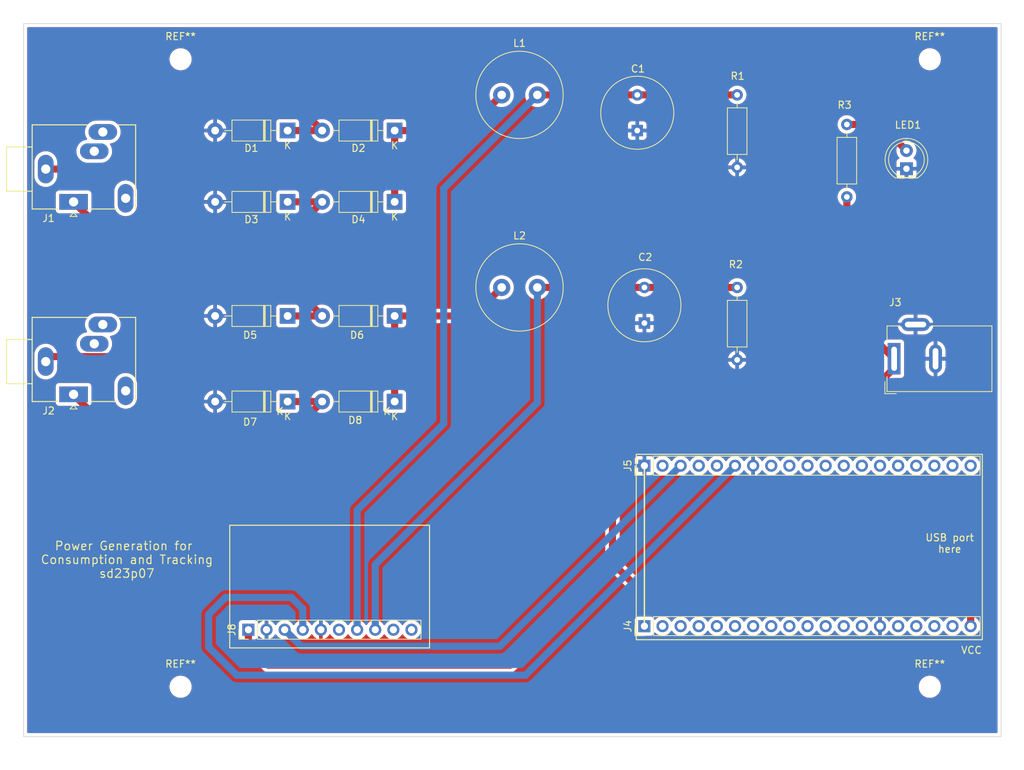
<source format=kicad_pcb>
(kicad_pcb (version 20211014) (generator pcbnew)
  (layers (0 "F.Cu" signal) (31 "B.Cu" signal) (34 "B.Paste" user) (35 "F.Paste" user) (36 "B.SilkS" user "B.Silkscreen") (37 "F.SilkS" user "F.Silkscreen") (38 "B.Mask" user) (39 "F.Mask" user) (44 "Edge.Cuts" user))
  (net 0 "")
  (net 1 "GND")
  (net 2 "Net-(C2-Pad1)")
  (net 3 "Net-(D1-Pad1)")
  (net 4 "Net-(D2-Pad1)")
  (net 5 "Net-(D3-Pad1)")
  (net 6 "Net-(D6-Pad1)")
  (net 7 "Net-(D5-Pad1)")
  (net 8 "Net-(D7-Pad1)")
  (net 27 "VCC")
  (net 46 "Net-(C1-Pad1)")
  (net 47 "Net-(J5-Pad3)")
  (net 48 "Net-(J5-Pad6)")
  (net 54 "Net-(LED1-Pad2)")
  (footprint "Diode_THT:D_DO-41_SOD81_P10.16mm_Horizontal" (layer "F.Cu") (at 100 116 180)
    (fp_text reference "D7" (at 5.258 -2.872) (layer "F.SilkS"))
    (fp_text value "1N5819")
    (fp_text user "K" (at 0 -2.1) (layer "F.SilkS"))
    (fp_line (start 7.8 1.47) (end 7.8 -1.47) (layer "F.SilkS") (width 0.12))
    (fp_line (start 8.82 0) (end 7.8 0) (layer "F.SilkS") (width 0.12))
    (fp_line (start 3.38 -1.47) (end 3.38 1.47) (layer "F.SilkS") (width 0.12))
    (fp_line (start 1.34 0) (end 2.36 0) (layer "F.SilkS") (width 0.12))
    (fp_line (start 3.14 -1.47) (end 3.14 1.47) (layer "F.SilkS") (width 0.12))
    (fp_line (start 2.36 -1.47) (end 2.36 1.47) (layer "F.SilkS") (width 0.12))
    (fp_line (start 7.8 -1.47) (end 2.36 -1.47) (layer "F.SilkS") (width 0.12))
    (fp_line (start 3.26 -1.47) (end 3.26 1.47) (layer "F.SilkS") (width 0.12))
    (fp_line (start 2.36 1.47) (end 7.8 1.47) (layer "F.SilkS") (width 0.12))
    (pad "1" thru_hole rect (at 0 0 180) (size 2.2 2.2) (drill 1.1) (layers *.Cu *.Mask) (net 8 "Net-(D7-Pad1)"))
    (pad "2" thru_hole oval (at 10.16 0 180) (size 2.2 2.2) (drill 1.1) (layers *.Cu *.Mask) (net 1 "GND"))
  )
  (footprint "Connector_PinHeader_2.54mm:PinHeader_1x10_P2.54mm_Vertical" (layer "F.Cu") (at 94.5 148 90)
    (fp_text reference "J8" (at 0 -2.33 90) (layer "F.SilkS"))
    (fp_text value "Conn_01x10_Female")
    (fp_line (start 1.33 1.27) (end 1.33 24.19) (layer "F.SilkS") (width 0.12))
    (fp_line (start -1.33 0) (end -1.33 -1.33) (layer "F.SilkS") (width 0.12))
    (fp_line (start -1.33 1.27) (end -1.33 24.19) (layer "F.SilkS") (width 0.12))
    (fp_line (start -1.33 -1.33) (end 0 -1.33) (layer "F.SilkS") (width 0.12))
    (fp_line (start -1.33 24.19) (end 1.33 24.19) (layer "F.SilkS") (width 0.12))
    (fp_line (start -1.33 1.27) (end 1.33 1.27) (layer "F.SilkS") (width 0.12))
    (pad "1" thru_hole rect (at 0 0 90) (size 1.7 1.7) (drill 1) (layers *.Cu *.Mask) (net 27 "VCC"))
    (pad "2" thru_hole oval (at 0 2.54 90) (size 1.7 1.7) (drill 1) (layers *.Cu *.Mask) (net 1 "GND"))
    (pad "3" thru_hole oval (at 0 5.08 90) (size 1.7 1.7) (drill 1) (layers *.Cu *.Mask) (net 47 "Net-(J5-Pad3)"))
    (pad "4" thru_hole oval (at 0 7.62 90) (size 1.7 1.7) (drill 1) (layers *.Cu *.Mask) (net 48 "Net-(J5-Pad6)"))
    (pad "5" thru_hole oval (at 0 10.16 90) (size 1.7 1.7) (drill 1) (layers *.Cu *.Mask) (net 1 "GND"))
    (pad "6" thru_hole oval (at 0 12.7 90) (size 1.7 1.7) (drill 1) (layers *.Cu *.Mask))
    (pad "7" thru_hole oval (at 0 15.24 90) (size 1.7 1.7) (drill 1) (layers *.Cu *.Mask) (net 46 "Net-(C1-Pad1)"))
    (pad "8" thru_hole oval (at 0 17.78 90) (size 1.7 1.7) (drill 1) (layers *.Cu *.Mask) (net 2 "Net-(C2-Pad1)"))
    (pad "9" thru_hole oval (at 0 20.32 90) (size 1.7 1.7) (drill 1) (layers *.Cu *.Mask))
    (pad "10" thru_hole oval (at 0 22.86 90) (size 1.7 1.7) (drill 1) (layers *.Cu *.Mask))
  )
  (footprint "Inductor_THT:L_Radial_D12.0mm_P5.00mm_Neosid_SD12k_style2" (layer "F.Cu") (at 130 100)
    (fp_text reference "L2" (at 2.5 -7.25) (layer "F.SilkS"))
    (fp_text value "L")
    (fp_circle (center 2.5 0) (end 8.62 0) (layer "F.SilkS") (width 0.12) (fill none))
    (pad "1" thru_hole circle (at 0 0) (size 2.4 2.4) (drill 1.2) (layers *.Cu *.Mask) (net 6 "Net-(D6-Pad1)"))
    (pad "2" thru_hole circle (at 5 0) (size 2.4 2.4) (drill 1.2) (layers *.Cu *.Mask) (net 2 "Net-(C2-Pad1)"))
  )
  (footprint "Diode_THT:D_DO-41_SOD81_P10.16mm_Horizontal" (layer "F.Cu") (at 115 116 180)
    (fp_text reference "D8" (at 5.526 -2.618) (layer "F.SilkS"))
    (fp_text value "1N5819")
    (fp_text user "K" (at 0 -2.1) (layer "F.SilkS"))
    (fp_line (start 7.8 1.47) (end 7.8 -1.47) (layer "F.SilkS") (width 0.12))
    (fp_line (start 7.8 -1.47) (end 2.36 -1.47) (layer "F.SilkS") (width 0.12))
    (fp_line (start 3.14 -1.47) (end 3.14 1.47) (layer "F.SilkS") (width 0.12))
    (fp_line (start 3.26 -1.47) (end 3.26 1.47) (layer "F.SilkS") (width 0.12))
    (fp_line (start 3.38 -1.47) (end 3.38 1.47) (layer "F.SilkS") (width 0.12))
    (fp_line (start 1.34 0) (end 2.36 0) (layer "F.SilkS") (width 0.12))
    (fp_line (start 2.36 1.47) (end 7.8 1.47) (layer "F.SilkS") (width 0.12))
    (fp_line (start 8.82 0) (end 7.8 0) (layer "F.SilkS") (width 0.12))
    (fp_line (start 2.36 -1.47) (end 2.36 1.47) (layer "F.SilkS") (width 0.12))
    (pad "1" thru_hole rect (at 0 0 180) (size 2.2 2.2) (drill 1.1) (layers *.Cu *.Mask) (net 6 "Net-(D6-Pad1)"))
    (pad "2" thru_hole oval (at 10.16 0 180) (size 2.2 2.2) (drill 1.1) (layers *.Cu *.Mask) (net 8 "Net-(D7-Pad1)"))
  )
  (footprint "Connector_PinHeader_2.54mm:PinHeader_1x19_P2.54mm_Vertical" (layer "F.Cu") (at 150 125 90)
    (fp_text reference "J5" (at 0 -2.33 90) (layer "F.SilkS"))
    (fp_text value "Conn_01x19_Female")
    (fp_line (start -1.33 -1.33) (end 0 -1.33) (layer "F.SilkS") (width 0.12))
    (fp_line (start -1.33 47.05) (end 1.33 47.05) (layer "F.SilkS") (width 0.12))
    (fp_line (start 1.33 1.27) (end 1.33 47.05) (layer "F.SilkS") (width 0.12))
    (fp_line (start -1.33 0) (end -1.33 -1.33) (layer "F.SilkS") (width 0.12))
    (fp_line (start -1.33 1.27) (end 1.33 1.27) (layer "F.SilkS") (width 0.12))
    (fp_line (start -1.33 1.27) (end -1.33 47.05) (layer "F.SilkS") (width 0.12))
    (pad "1" thru_hole rect (at 0 0 90) (size 1.7 1.7) (drill 1) (layers *.Cu *.Mask) (net 1 "GND"))
    (pad "2" thru_hole oval (at 0 2.54 90) (size 1.7 1.7) (drill 1) (layers *.Cu *.Mask))
    (pad "3" thru_hole oval (at 0 5.08 90) (size 1.7 1.7) (drill 1) (layers *.Cu *.Mask) (net 47 "Net-(J5-Pad3)"))
    (pad "4" thru_hole oval (at 0 7.62 90) (size 1.7 1.7) (drill 1) (layers *.Cu *.Mask))
    (pad "5" thru_hole oval (at 0 10.16 90) (size 1.7 1.7) (drill 1) (layers *.Cu *.Mask))
    (pad "6" thru_hole oval (at 0 12.7 90) (size 1.7 1.7) (drill 1) (layers *.Cu *.Mask) (net 48 "Net-(J5-Pad6)"))
    (pad "7" thru_hole oval (at 0 15.24 90) (size 1.7 1.7) (drill 1) (layers *.Cu *.Mask) (net 1 "GND"))
    (pad "8" thru_hole oval (at 0 17.78 90) (size 1.7 1.7) (drill 1) (layers *.Cu *.Mask))
    (pad "9" thru_hole oval (at 0 20.32 90) (size 1.7 1.7) (drill 1) (layers *.Cu *.Mask))
    (pad "10" thru_hole oval (at 0 22.86 90) (size 1.7 1.7) (drill 1) (layers *.Cu *.Mask))
    (pad "11" thru_hole oval (at 0 25.4 90) (size 1.7 1.7) (drill 1) (layers *.Cu *.Mask))
    (pad "12" thru_hole oval (at 0 27.94 90) (size 1.7 1.7) (drill 1) (layers *.Cu *.Mask))
    (pad "13" thru_hole oval (at 0 30.48 90) (size 1.7 1.7) (drill 1) (layers *.Cu *.Mask))
    (pad "14" thru_hole oval (at 0 33.02 90) (size 1.7 1.7) (drill 1) (layers *.Cu *.Mask))
    (pad "15" thru_hole oval (at 0 35.56 90) (size 1.7 1.7) (drill 1) (layers *.Cu *.Mask))
    (pad "16" thru_hole oval (at 0 38.1 90) (size 1.7 1.7) (drill 1) (layers *.Cu *.Mask))
    (pad "17" thru_hole oval (at 0 40.64 90) (size 1.7 1.7) (drill 1) (layers *.Cu *.Mask))
    (pad "18" thru_hole oval (at 0 43.18 90) (size 1.7 1.7) (drill 1) (layers *.Cu *.Mask))
    (pad "19" thru_hole oval (at 0 45.72 90) (size 1.7 1.7) (drill 1) (layers *.Cu *.Mask))
  )
  (footprint "Connector_Audio:Jack_3.5mm_Ledino_KB3SPRS_Horizontal" (layer "F.Cu") (at 70 88)
    (fp_text reference "J1" (at -3.5 2.3) (layer "F.SilkS"))
    (fp_text value "AudioJack3_SwitchTR")
    (fp_line (start -9.4 -1.5) (end -5.8 -1.5) (layer "F.SilkS") (width 0.15))
    (fp_line (start 6.3 -10.8) (end 8.7 -10.8) (layer "F.SilkS") (width 0.15))
    (fp_line (start 8.7 -10.8) (end 8.7 1) (layer "F.SilkS") (width 0.15))
    (fp_line (start -0.5 2.05) (end 0.5 2.05) (layer "F.SilkS") (width 0.12))
    (fp_line (start -5.8 -10.8) (end 1.95 -10.8) (layer "F.SilkS") (width 0.15))
    (fp_line (start -9.4 -7.7) (end -9.4 -1.5) (layer "F.SilkS") (width 0.15))
    (fp_line (start -5.8 1) (end -5.8 -10.8) (layer "F.SilkS") (width 0.15))
    (fp_line (start 6 1) (end 2.25 1) (layer "F.SilkS") (width 0.15))
    (fp_line (start -2.25 1) (end -5.8 1) (layer "F.SilkS") (width 0.15))
    (fp_line (start 8.7 1) (end 8.6 1) (layer "F.SilkS") (width 0.15))
    (fp_line (start 0 1.5) (end -0.5 2.05) (layer "F.SilkS") (width 0.12))
    (fp_line (start -5.8 -7.7) (end -9.4 -7.7) (layer "F.SilkS") (width 0.15))
    (fp_line (start 0.5 2.05) (end 0 1.5) (layer "F.SilkS") (width 0.12))
    (pad "R" thru_hole oval (at 4.1 -9.8) (size 4 2.2) (drill 1.3) (layers *.Cu *.Mask))
    (pad "RN" thru_hole oval (at 2.9 -7.1) (size 4 2.2) (drill 1.3) (layers *.Cu *.Mask))
    (pad "S" thru_hole oval (at -3.9 -4.6) (size 2.2 4) (drill 1.3) (layers *.Cu *.Mask) (net 3 "Net-(D1-Pad1)"))
    (pad "T" thru_hole rect (at 0 0) (size 4 2.2) (drill 1.3) (layers *.Cu *.Mask) (net 5 "Net-(D3-Pad1)"))
    (pad "TN" thru_hole oval (at 7.3 -0.5 90) (size 4 2.2) (drill 1.3) (layers *.Cu *.Mask))
  )
  (footprint "LED_THT:LED_D5.0mm_IRGrey" (layer "F.Cu") (at 186.725 83.35 90)
    (fp_text reference "LED1" (at 6.134 0.219 180) (layer "F.SilkS"))
    (fp_text value "LD274")
    (fp_line (start -1.29 -1.545) (end -1.29 1.545) (layer "F.SilkS") (width 0.12))
    (fp_arc (start 4.26 -0.000462) (mid 2.072002 2.880433) (end -1.29 1.54483) (layer "F.SilkS") (width 0.12))
    (fp_arc (start -1.29 -1.54483) (mid 2.072002 -2.880433) (end 4.26 0.000462) (layer "F.SilkS") (width 0.12))
    (fp_circle (center 1.27 0) (end 3.77 0) (layer "F.SilkS") (width 0.12) (fill none))
    (pad "1" thru_hole rect (at 0 0 90) (size 1.8 1.8) (drill 0.9) (layers *.Cu *.Mask) (net 1 "GND"))
    (pad "2" thru_hole circle (at 2.54 0 90) (size 1.8 1.8) (drill 0.9) (layers *.Cu *.Mask) (net 54 "Net-(LED1-Pad2)"))
  )
  (footprint "Capacitor_THT:C_Radial_D10.0mm_H20.0mm_P5.00mm" (layer "F.Cu") (at 149 73 -90)
    (fp_text reference "C1" (at -3.658 -0.098 180) (layer "F.SilkS"))
    (fp_text value "C_Polarized")
    (fp_circle (center 2.5 0) (end 7.62 0) (layer "F.SilkS") (width 0.12) (fill none))
    (pad "1" thru_hole circle (at 0 0 270) (size 1.6 1.6) (drill 0.8) (layers *.Cu *.Mask) (net 46 "Net-(C1-Pad1)"))
    (pad "2" thru_hole rect (at 5 0 270) (size 1.6 1.6) (drill 0.8) (layers *.Cu *.Mask) (net 1 "GND"))
  )
  (footprint "Connector_Audio:Jack_3.5mm_Ledino_KB3SPRS_Horizontal" (layer "F.Cu") (at 70 115)
    (fp_text reference "J2" (at -3.5 2.3) (layer "F.SilkS"))
    (fp_text value "AudioJack3_SwitchTR")
    (fp_line (start 8.7 1) (end 8.6 1) (layer "F.SilkS") (width 0.15))
    (fp_line (start -9.4 -1.5) (end -5.8 -1.5) (layer "F.SilkS") (width 0.15))
    (fp_line (start -5.8 -7.7) (end -9.4 -7.7) (layer "F.SilkS") (width 0.15))
    (fp_line (start 0.5 2.05) (end 0 1.5) (layer "F.SilkS") (width 0.12))
    (fp_line (start -2.25 1) (end -5.8 1) (layer "F.SilkS") (width 0.15))
    (fp_line (start 0 1.5) (end -0.5 2.05) (layer "F.SilkS") (width 0.12))
    (fp_line (start -9.4 -7.7) (end -9.4 -1.5) (layer "F.SilkS") (width 0.15))
    (fp_line (start -5.8 -10.8) (end 1.95 -10.8) (layer "F.SilkS") (width 0.15))
    (fp_line (start -5.8 1) (end -5.8 -10.8) (layer "F.SilkS") (width 0.15))
    (fp_line (start -0.5 2.05) (end 0.5 2.05) (layer "F.SilkS") (width 0.12))
    (fp_line (start 6 1) (end 2.25 1) (layer "F.SilkS") (width 0.15))
    (fp_line (start 8.7 -10.8) (end 8.7 1) (layer "F.SilkS") (width 0.15))
    (fp_line (start 6.3 -10.8) (end 8.7 -10.8) (layer "F.SilkS") (width 0.15))
    (pad "R" thru_hole oval (at 4.1 -9.8) (size 4 2.2) (drill 1.3) (layers *.Cu *.Mask))
    (pad "RN" thru_hole oval (at 2.9 -7.1) (size 4 2.2) (drill 1.3) (layers *.Cu *.Mask))
    (pad "S" thru_hole oval (at -3.9 -4.6) (size 2.2 4) (drill 1.3) (layers *.Cu *.Mask) (net 7 "Net-(D5-Pad1)"))
    (pad "T" thru_hole rect (at 0 0) (size 4 2.2) (drill 1.3) (layers *.Cu *.Mask) (net 8 "Net-(D7-Pad1)"))
    (pad "TN" thru_hole oval (at 7.3 -0.5 90) (size 4 2.2) (drill 1.3) (layers *.Cu *.Mask))
  )
  (footprint "Capacitor_THT:C_Radial_D10.0mm_H20.0mm_P5.00mm" (layer "F.Cu") (at 150 100 -90)
    (fp_text reference "C2" (at -4.242 -0.114 180) (layer "F.SilkS"))
    (fp_text value "C_Polarized")
    (fp_circle (center 2.5 0) (end 7.62 0) (layer "F.SilkS") (width 0.12) (fill none))
    (pad "1" thru_hole circle (at 0 0 270) (size 1.6 1.6) (drill 0.8) (layers *.Cu *.Mask) (net 2 "Net-(C2-Pad1)"))
    (pad "2" thru_hole rect (at 5 0 270) (size 1.6 1.6) (drill 0.8) (layers *.Cu *.Mask) (net 1 "GND"))
  )
  (footprint "Connector_BarrelJack:BarrelJack_Wuerth_6941xx301002" (layer "F.Cu") (at 185 110 90)
    (fp_text reference "J3" (at 7.892 0.166 180) (layer "F.SilkS"))
    (fp_text value "Barrel_Jack_Switch_Pin3Ring")
    (fp_line (start 4.6 5.2) (end 4.6 13.7) (layer "F.SilkS") (width 0.12))
    (fp_line (start -4.6 13.7) (end -4.6 -1) (layer "F.SilkS") (width 0.12))
    (fp_line (start -3.2 -1.3) (end -4.9 -1.3) (layer "F.SilkS") (width 0.12))
    (fp_line (start 2.5 -1) (end 4.6 -1) (layer "F.SilkS") (width 0.12))
    (fp_line (start -4.6 -1) (end -2.5 -1) (layer "F.SilkS") (width 0.12))
    (fp_line (start 4.6 13.7) (end -4.6 13.7) (layer "F.SilkS") (width 0.12))
    (fp_line (start 4.6 -1) (end 4.6 0.8) (layer "F.SilkS") (width 0.12))
    (fp_line (start -4.9 -1.3) (end -4.9 0.3) (layer "F.SilkS") (width 0.12))
    (pad "1" thru_hole rect (at 0 0 90) (size 4.4 1.8) (drill oval 3.4 0.8) (layers *.Cu *.Mask) (net 27 "VCC"))
    (pad "2" thru_hole oval (at 0 5.8 90) (size 4 1.8) (drill oval 3 0.8) (layers *.Cu *.Mask) (net 1 "GND"))
    (pad "3" thru_hole oval (at 4.8 3 180) (size 4 1.8) (drill oval 3 0.8) (layers *.Cu *.Mask) (net 1 "GND"))
  )
  (footprint "Diode_THT:D_DO-41_SOD81_P10.16mm_Horizontal" (layer "F.Cu") (at 100 104 180)
    (fp_text reference "D5" (at 5.258 -2.68) (layer "F.SilkS"))
    (fp_text value "1N5819")
    (fp_text user "K" (at 1.07 -13.375) (layer "F.SilkS"))
    (fp_line (start 1.34 0) (end 2.36 0) (layer "F.SilkS") (width 0.12))
    (fp_line (start 2.36 1.47) (end 7.8 1.47) (layer "F.SilkS") (width 0.12))
    (fp_line (start 7.8 1.47) (end 7.8 -1.47) (layer "F.SilkS") (width 0.12))
    (fp_line (start 3.38 -1.47) (end 3.38 1.47) (layer "F.SilkS") (width 0.12))
    (fp_line (start 3.14 -1.47) (end 3.14 1.47) (layer "F.SilkS") (width 0.12))
    (fp_line (start 7.8 -1.47) (end 2.36 -1.47) (layer "F.SilkS") (width 0.12))
    (fp_line (start 8.82 0) (end 7.8 0) (layer "F.SilkS") (width 0.12))
    (fp_line (start 2.36 -1.47) (end 2.36 1.47) (layer "F.SilkS") (width 0.12))
    (fp_line (start 3.26 -1.47) (end 3.26 1.47) (layer "F.SilkS") (width 0.12))
    (pad "1" thru_hole rect (at 0 0 180) (size 2.2 2.2) (drill 1.1) (layers *.Cu *.Mask) (net 7 "Net-(D5-Pad1)"))
    (pad "2" thru_hole oval (at 10.16 0 180) (size 2.2 2.2) (drill 1.1) (layers *.Cu *.Mask) (net 1 "GND"))
  )
  (footprint "Connector_PinHeader_2.54mm:PinHeader_1x19_P2.54mm_Vertical" (layer "F.Cu") (at 150 147.5 90)
    (fp_text reference "J4" (at 0 -2.33 90) (layer "F.SilkS"))
    (fp_text value "Conn_01x19_Female")
    (fp_line (start -1.33 1.27) (end 1.33 1.27) (layer "F.SilkS") (width 0.12))
    (fp_line (start -1.33 -1.33) (end 0 -1.33) (layer "F.SilkS") (width 0.12))
    (fp_line (start -1.33 1.27) (end -1.33 47.05) (layer "F.SilkS") (width 0.12))
    (fp_line (start -1.33 0) (end -1.33 -1.33) (layer "F.SilkS") (width 0.12))
    (fp_line (start -1.33 47.05) (end 1.33 47.05) (layer "F.SilkS") (width 0.12))
    (fp_line (start 1.33 1.27) (end 1.33 47.05) (layer "F.SilkS") (width 0.12))
    (pad "1" thru_hole rect (at 0 0 90) (size 1.7 1.7) (drill 1) (layers *.Cu *.Mask))
    (pad "2" thru_hole oval (at 0 2.54 90) (size 1.7 1.7) (drill 1) (layers *.Cu *.Mask))
    (pad "3" thru_hole oval (at 0 5.08 90) (size 1.7 1.7) (drill 1) (layers *.Cu *.Mask))
    (pad "4" thru_hole oval (at 0 7.62 90) (size 1.7 1.7) (drill 1) (layers *.Cu *.Mask))
    (pad "5" thru_hole oval (at 0 10.16 90) (size 1.7 1.7) (drill 1) (layers *.Cu *.Mask))
    (pad "6" thru_hole oval (at 0 12.7 90) (size 1.7 1.7) (drill 1) (layers *.Cu *.Mask))
    (pad "7" thru_hole oval (at 0 15.24 90) (size 1.7 1.7) (drill 1) (layers *.Cu *.Mask))
    (pad "8" thru_hole oval (at 0 17.78 90) (size 1.7 1.7) (drill 1) (layers *.Cu *.Mask))
    (pad "9" thru_hole oval (at 0 20.32 90) (size 1.7 1.7) (drill 1) (layers *.Cu *.Mask))
    (pad "10" thru_hole oval (at 0 22.86 90) (size 1.7 1.7) (drill 1) (layers *.Cu *.Mask))
    (pad "11" thru_hole oval (at 0 25.4 90) (size 1.7 1.7) (drill 1) (layers *.Cu *.Mask))
    (pad "12" thru_hole oval (at 0 27.94 90) (size 1.7 1.7) (drill 1) (layers *.Cu *.Mask))
    (pad "13" thru_hole oval (at 0 30.48 90) (size 1.7 1.7) (drill 1) (layers *.Cu *.Mask))
    (pad "14" thru_hole oval (at 0 33.02 90) (size 1.7 1.7) (drill 1) (layers *.Cu *.Mask) (net 1 "GND"))
    (pad "15" thru_hole oval (at 0 35.56 90) (size 1.7 1.7) (drill 1) (layers *.Cu *.Mask))
    (pad "16" thru_hole oval (at 0 38.1 90) (size 1.7 1.7) (drill 1) (layers *.Cu *.Mask))
    (pad "17" thru_hole oval (at 0 40.64 90) (size 1.7 1.7) (drill 1) (layers *.Cu *.Mask))
    (pad "18" thru_hole oval (at 0 43.18 90) (size 1.7 1.7) (drill 1) (layers *.Cu *.Mask))
    (pad "19" thru_hole oval (at 0 45.72 90) (size 1.7 1.7) (drill 1) (layers *.Cu *.Mask) (net 27 "VCC"))
  )
  (footprint "Resistor_THT:R_Axial_DIN0207_L6.3mm_D2.5mm_P10.16mm_Horizontal" (layer "F.Cu") (at 163 73 -90)
    (fp_text reference "R1" (at -2.642 -0.068 180) (layer "F.SilkS"))
    (fp_text value "R")
    (fp_line (start 8.35 1.37) (end 8.35 -1.37) (layer "F.SilkS") (width 0.12))
    (fp_line (start 1.04 0) (end 1.81 0) (layer "F.SilkS") (width 0.12))
    (fp_line (start 9.12 0) (end 8.35 0) (layer "F.SilkS") (width 0.12))
    (fp_line (start 1.81 -1.37) (end 1.81 1.37) (layer "F.SilkS") (width 0.12))
    (fp_line (start 8.35 -1.37) (end 1.81 -1.37) (layer "F.SilkS") (width 0.12))
    (fp_line (start 1.81 1.37) (end 8.35 1.37) (layer "F.SilkS") (width 0.12))
    (pad "1" thru_hole circle (at 0 0 270) (size 1.6 1.6) (drill 0.8) (layers *.Cu *.Mask) (net 46 "Net-(C1-Pad1)"))
    (pad "2" thru_hole oval (at 10.16 0 270) (size 1.6 1.6) (drill 0.8) (layers *.Cu *.Mask) (net 1 "GND"))
  )
  (footprint "Resistor_THT:R_Axial_DIN0207_L6.3mm_D2.5mm_P10.16mm_Horizontal" (layer "F.Cu") (at 178.375 87.305 90)
    (fp_text reference "R3" (at 12.883 -0.321 180) (layer "F.SilkS"))
    (fp_text value "Rled")
    (fp_line (start 1.04 0) (end 1.81 0) (layer "F.SilkS") (width 0.12))
    (fp_line (start 9.12 0) (end 8.35 0) (layer "F.SilkS") (width 0.12))
    (fp_line (start 1.81 1.37) (end 8.35 1.37) (layer "F.SilkS") (width 0.12))
    (fp_line (start 8.35 -1.37) (end 1.81 -1.37) (layer "F.SilkS") (width 0.12))
    (fp_line (start 1.81 -1.37) (end 1.81 1.37) (layer "F.SilkS") (width 0.12))
    (fp_line (start 8.35 1.37) (end 8.35 -1.37) (layer "F.SilkS") (width 0.12))
    (pad "1" thru_hole circle (at 0 0 90) (size 1.6 1.6) (drill 0.8) (layers *.Cu *.Mask) (net 27 "VCC"))
    (pad "2" thru_hole oval (at 10.16 0 90) (size 1.6 1.6) (drill 0.8) (layers *.Cu *.Mask) (net 54 "Net-(LED1-Pad2)"))
  )
  (footprint "MountingHole:MountingHole_2.1mm" (layer "F.Cu") (at 190 156)
    (fp_text reference "REF**" (at 0 -3.2) (layer "F.SilkS"))
    (fp_text value "MountingHole_2.1mm")
    (pad "" np_thru_hole circle (at 0 0) (size 2.1 2.1) (drill 2.1) (layers *.Cu *.Mask))
  )
  (footprint "Diode_THT:D_DO-41_SOD81_P10.16mm_Horizontal" (layer "F.Cu") (at 100 78 180)
    (fp_text reference "D1" (at 5.08 -2.47) (layer "F.SilkS"))
    (fp_text value "1N5819")
    (fp_text user "K" (at 0 -2.1) (layer "F.SilkS"))
    (fp_line (start 7.8 1.47) (end 7.8 -1.47) (layer "F.SilkS") (width 0.12))
    (fp_line (start 3.38 -1.47) (end 3.38 1.47) (layer "F.SilkS") (width 0.12))
    (fp_line (start 1.34 0) (end 2.36 0) (layer "F.SilkS") (width 0.12))
    (fp_line (start 3.26 -1.47) (end 3.26 1.47) (layer "F.SilkS") (width 0.12))
    (fp_line (start 3.14 -1.47) (end 3.14 1.47) (layer "F.SilkS") (width 0.12))
    (fp_line (start 2.36 -1.47) (end 2.36 1.47) (layer "F.SilkS") (width 0.12))
    (fp_line (start 8.82 0) (end 7.8 0) (layer "F.SilkS") (width 0.12))
    (fp_line (start 7.8 -1.47) (end 2.36 -1.47) (layer "F.SilkS") (width 0.12))
    (fp_line (start 2.36 1.47) (end 7.8 1.47) (layer "F.SilkS") (width 0.12))
    (pad "1" thru_hole rect (at 0 0 180) (size 2.2 2.2) (drill 1.1) (layers *.Cu *.Mask) (net 3 "Net-(D1-Pad1)"))
    (pad "2" thru_hole oval (at 10.16 0 180) (size 2.2 2.2) (drill 1.1) (layers *.Cu *.Mask) (net 1 "GND"))
  )
  (footprint "Resistor_THT:R_Axial_DIN0207_L6.3mm_D2.5mm_P10.16mm_Horizontal" (layer "F.Cu") (at 163 100 -90)
    (fp_text reference "R2" (at -3.226 0.186 180) (layer "F.SilkS"))
    (fp_text value "R")
    (fp_line (start 1.81 1.37) (end 8.35 1.37) (layer "F.SilkS") (width 0.12))
    (fp_line (start 1.81 -1.37) (end 1.81 1.37) (layer "F.SilkS") (width 0.12))
    (fp_line (start 8.35 -1.37) (end 1.81 -1.37) (layer "F.SilkS") (width 0.12))
    (fp_line (start 1.04 0) (end 1.81 0) (layer "F.SilkS") (width 0.12))
    (fp_line (start 9.12 0) (end 8.35 0) (layer "F.SilkS") (width 0.12))
    (fp_line (start 8.35 1.37) (end 8.35 -1.37) (layer "F.SilkS") (width 0.12))
    (pad "1" thru_hole circle (at 0 0 270) (size 1.6 1.6) (drill 0.8) (layers *.Cu *.Mask) (net 2 "Net-(C2-Pad1)"))
    (pad "2" thru_hole oval (at 10.16 0 270) (size 1.6 1.6) (drill 0.8) (layers *.Cu *.Mask) (net 1 "GND"))
  )
  (footprint "MountingHole:MountingHole_2.1mm" (layer "F.Cu") (at 85 68)
    (fp_text reference "REF**" (at 0 -3.2) (layer "F.SilkS"))
    (fp_text value "MountingHole_2.1mm")
    (pad "" np_thru_hole circle (at 0 0) (size 2.1 2.1) (drill 2.1) (layers *.Cu *.Mask))
  )
  (footprint "Diode_THT:D_DO-41_SOD81_P10.16mm_Horizontal" (layer "F.Cu") (at 115 88 180)
    (fp_text reference "D4" (at 5.08 -2.47) (layer "F.SilkS"))
    (fp_text value "1N5819")
    (fp_text user "K" (at 0 -2.1) (layer "F.SilkS"))
    (fp_line (start 7.8 -1.47) (end 2.36 -1.47) (layer "F.SilkS") (width 0.12))
    (fp_line (start 1.34 0) (end 2.36 0) (layer "F.SilkS") (width 0.12))
    (fp_line (start 2.36 1.47) (end 7.8 1.47) (layer "F.SilkS") (width 0.12))
    (fp_line (start 2.36 -1.47) (end 2.36 1.47) (layer "F.SilkS") (width 0.12))
    (fp_line (start 8.82 0) (end 7.8 0) (layer "F.SilkS") (width 0.12))
    (fp_line (start 3.38 -1.47) (end 3.38 1.47) (layer "F.SilkS") (width 0.12))
    (fp_line (start 3.26 -1.47) (end 3.26 1.47) (layer "F.SilkS") (width 0.12))
    (fp_line (start 3.14 -1.47) (end 3.14 1.47) (layer "F.SilkS") (width 0.12))
    (fp_line (start 7.8 1.47) (end 7.8 -1.47) (layer "F.SilkS") (width 0.12))
    (pad "1" thru_hole rect (at 0 0 180) (size 2.2 2.2) (drill 1.1) (layers *.Cu *.Mask) (net 4 "Net-(D2-Pad1)"))
    (pad "2" thru_hole oval (at 10.16 0 180) (size 2.2 2.2) (drill 1.1) (layers *.Cu *.Mask) (net 5 "Net-(D3-Pad1)"))
  )
  (footprint "MountingHole:MountingHole_2.1mm" (layer "F.Cu") (at 190 68)
    (fp_text reference "REF**" (at 0 -3.2) (layer "F.SilkS"))
    (fp_text value "MountingHole_2.1mm")
    (pad "" np_thru_hole circle (at 0 0) (size 2.1 2.1) (drill 2.1) (layers *.Cu *.Mask))
  )
  (footprint "MountingHole:MountingHole_2.1mm" (layer "F.Cu") (at 85 156)
    (fp_text reference "REF**" (at 0 -3.2) (layer "F.SilkS"))
    (fp_text value "MountingHole_2.1mm")
    (pad "" np_thru_hole circle (at 0 0) (size 2.1 2.1) (drill 2.1) (layers *.Cu *.Mask))
  )
  (footprint "Diode_THT:D_DO-41_SOD81_P10.16mm_Horizontal" (layer "F.Cu") (at 115 78 180)
    (fp_text reference "D2" (at 5.08 -2.47) (layer "F.SilkS"))
    (fp_text value "1N5819")
    (fp_text user "K" (at 0 -2.1) (layer "F.SilkS"))
    (fp_line (start 7.8 1.47) (end 7.8 -1.47) (layer "F.SilkS") (width 0.12))
    (fp_line (start 2.36 1.47) (end 7.8 1.47) (layer "F.SilkS") (width 0.12))
    (fp_line (start 1.34 0) (end 2.36 0) (layer "F.SilkS") (width 0.12))
    (fp_line (start 3.38 -1.47) (end 3.38 1.47) (layer "F.SilkS") (width 0.12))
    (fp_line (start 3.14 -1.47) (end 3.14 1.47) (layer "F.SilkS") (width 0.12))
    (fp_line (start 2.36 -1.47) (end 2.36 1.47) (layer "F.SilkS") (width 0.12))
    (fp_line (start 7.8 -1.47) (end 2.36 -1.47) (layer "F.SilkS") (width 0.12))
    (fp_line (start 3.26 -1.47) (end 3.26 1.47) (layer "F.SilkS") (width 0.12))
    (fp_line (start 8.82 0) (end 7.8 0) (layer "F.SilkS") (width 0.12))
    (pad "1" thru_hole rect (at 0 0 180) (size 2.2 2.2) (drill 1.1) (layers *.Cu *.Mask) (net 4 "Net-(D2-Pad1)"))
    (pad "2" thru_hole oval (at 10.16 0 180) (size 2.2 2.2) (drill 1.1) (layers *.Cu *.Mask) (net 3 "Net-(D1-Pad1)"))
  )
  (footprint "Diode_THT:D_DO-41_SOD81_P10.16mm_Horizontal" (layer "F.Cu") (at 100 88 180)
    (fp_text reference "D3" (at 5.08 -2.47) (layer "F.SilkS"))
    (fp_text value "1N5819")
    (fp_text user "K" (at 0 -2.1) (layer "F.SilkS"))
    (fp_line (start 1.34 0) (end 2.36 0) (layer "F.SilkS") (width 0.12))
    (fp_line (start 2.36 1.47) (end 7.8 1.47) (layer "F.SilkS") (width 0.12))
    (fp_line (start 3.26 -1.47) (end 3.26 1.47) (layer "F.SilkS") (width 0.12))
    (fp_line (start 7.8 -1.47) (end 2.36 -1.47) (layer "F.SilkS") (width 0.12))
    (fp_line (start 3.38 -1.47) (end 3.38 1.47) (layer "F.SilkS") (width 0.12))
    (fp_line (start 8.82 0) (end 7.8 0) (layer "F.SilkS") (width 0.12))
    (fp_line (start 7.8 1.47) (end 7.8 -1.47) (layer "F.SilkS") (width 0.12))
    (fp_line (start 3.14 -1.47) (end 3.14 1.47) (layer "F.SilkS") (width 0.12))
    (fp_line (start 2.36 -1.47) (end 2.36 1.47) (layer "F.SilkS") (width 0.12))
    (pad "1" thru_hole rect (at 0 0 180) (size 2.2 2.2) (drill 1.1) (layers *.Cu *.Mask) (net 5 "Net-(D3-Pad1)"))
    (pad "2" thru_hole oval (at 10.16 0 180) (size 2.2 2.2) (drill 1.1) (layers *.Cu *.Mask) (net 1 "GND"))
  )
  (footprint "Inductor_THT:L_Radial_D12.0mm_P5.00mm_Neosid_SD12k_style2" (layer "F.Cu") (at 130 73)
    (fp_text reference "L1" (at 2.5 -7.25) (layer "F.SilkS"))
    (fp_text value "L")
    (fp_circle (center 2.5 0) (end 8.62 0) (layer "F.SilkS") (width 0.12) (fill none))
    (pad "1" thru_hole circle (at 0 0) (size 2.4 2.4) (drill 1.2) (layers *.Cu *.Mask) (net 4 "Net-(D2-Pad1)"))
    (pad "2" thru_hole circle (at 5 0) (size 2.4 2.4) (drill 1.2) (layers *.Cu *.Mask) (net 46 "Net-(C1-Pad1)"))
  )
  (footprint "Diode_THT:D_DO-41_SOD81_P10.16mm_Horizontal" (layer "F.Cu") (at 115 104 180)
    (fp_text reference "D6" (at 5.272 -2.68) (layer "F.SilkS"))
    (fp_text value "1N5819")
    (fp_text user "K" (at 1.07 -13.375) (layer "F.SilkS"))
    (fp_line (start 7.8 -1.47) (end 2.36 -1.47) (layer "F.SilkS") (width 0.12))
    (fp_line (start 2.36 -1.47) (end 2.36 1.47) (layer "F.SilkS") (width 0.12))
    (fp_line (start 3.26 -1.47) (end 3.26 1.47) (layer "F.SilkS") (width 0.12))
    (fp_line (start 8.82 0) (end 7.8 0) (layer "F.SilkS") (width 0.12))
    (fp_line (start 2.36 1.47) (end 7.8 1.47) (layer "F.SilkS") (width 0.12))
    (fp_line (start 7.8 1.47) (end 7.8 -1.47) (layer "F.SilkS") (width 0.12))
    (fp_line (start 1.34 0) (end 2.36 0) (layer "F.SilkS") (width 0.12))
    (fp_line (start 3.38 -1.47) (end 3.38 1.47) (layer "F.SilkS") (width 0.12))
    (fp_line (start 3.14 -1.47) (end 3.14 1.47) (layer "F.SilkS") (width 0.12))
    (pad "1" thru_hole rect (at 0 0 180) (size 2.2 2.2) (drill 1.1) (layers *.Cu *.Mask) (net 6 "Net-(D6-Pad1)"))
    (pad "2" thru_hole oval (at 10.16 0 180) (size 2.2 2.2) (drill 1.1) (layers *.Cu *.Mask) (net 7 "Net-(D5-Pad1)"))
  )
  (gr_line (start 150 147.5) (end 150 125) (layer "F.SilkS") (width 0.2))
  (gr_rect (start 91.888 133.35) (end 119.888 150.55) (layer "F.SilkS") (width 0.15) (fill none))
  (gr_rect (start 148.858 123.4) (end 197.358 149.4) (layer "F.SilkS") (width 0.15) (fill none))
  (gr_rect (start 63 63) (end 200 163) (layer "Edge.Cuts") (width 0.1) (fill none))
  (gr_text "V1.1" (at 175 157) (layer "F.Cu") (effects (font (size 1.5 1.5) (thickness 0.3))))
  (gr_text "VCC\n" (at 195.834 150.876) (layer "F.SilkS") (effects (font (size 1 1))))
  (gr_text "Power Generation for \nConsumption and Tracking\nsd23p07" (at 77.47 138.176) (layer "F.SilkS") (effects (font (size 1.2 1.2))))
  (gr_text "USB port\nhere" (at 192.786 135.89) (layer "F.SilkS") (effects (font (size 1 1))))
  (segment (start 150 100) (end 163 100) (width 1) (layer "F.Cu") (net 2))
  (segment (start 135 100) (end 150 100) (width 1) (layer "F.Cu") (net 2))
  (segment (start 135 116.15) (end 135 100) (width 1) (layer "B.Cu") (net 2))
  (segment (start 112.28 138.87) (end 135 116.15) (width 1) (layer "B.Cu") (net 2))
  (segment (start 112.28 148) (end 112.28 138.87) (width 1) (layer "B.Cu") (net 2))
  (segment (start 100.765 73.925) (end 104.84 78) (width 1) (layer "F.Cu") (net 3))
  (segment (start 66.1 83.4) (end 77.95 83.4) (width 1) (layer "F.Cu") (net 3))
  (segment (start 77.95 83.4) (end 87.425 73.925) (width 1) (layer "F.Cu") (net 3))
  (segment (start 87.425 73.925) (end 100.765 73.925) (width 1) (layer "F.Cu") (net 3))
  (segment (start 100 78) (end 104.84 78) (width 1) (layer "F.Cu") (net 3))
  (segment (start 125 78) (end 130 73) (width 1) (layer "F.Cu") (net 4))
  (segment (start 115 88) (end 115 78) (width 1) (layer "F.Cu") (net 4))
  (segment (start 115 78) (end 125 78) (width 1) (layer "F.Cu") (net 4))
  (segment (start 70 88) (end 73.875 91.875) (width 1) (layer "F.Cu") (net 5))
  (segment (start 100 88) (end 104.84 88) (width 1) (layer "F.Cu") (net 5))
  (segment (start 73.875 91.875) (end 100.965 91.875) (width 1) (layer "F.Cu") (net 5))
  (segment (start 100.965 91.875) (end 104.84 88) (width 1) (layer "F.Cu") (net 5))
  (segment (start 126 104) (end 130 100) (width 1) (layer "F.Cu") (net 6))
  (segment (start 115 104) (end 126 104) (width 1) (layer "F.Cu") (net 6))
  (segment (start 115 104) (end 115 116) (width 1) (layer "F.Cu") (net 6))
  (segment (start 66.8 109.7) (end 78.075 109.7) (width 1) (layer "F.Cu") (net 7))
  (segment (start 100 104) (end 104.84 104) (width 1) (layer "F.Cu") (net 7))
  (segment (start 101.065 100.225) (end 104.84 104) (width 1) (layer "F.Cu") (net 7))
  (segment (start 66.1 110.4) (end 66.8 109.7) (width 1) (layer "F.Cu") (net 7))
  (segment (start 87.55 100.225) (end 101.065 100.225) (width 1) (layer "F.Cu") (net 7))
  (segment (start 78.075 109.7) (end 87.55 100.225) (width 1) (layer "F.Cu") (net 7))
  (segment (start 74.65 119.675) (end 101.165 119.675) (width 1) (layer "F.Cu") (net 8))
  (segment (start 101.165 119.675) (end 104.84 116) (width 1) (layer "F.Cu") (net 8))
  (segment (start 70 115.025) (end 74.65 119.675) (width 1) (layer "F.Cu") (net 8))
  (segment (start 70 115) (end 70 115.025) (width 1) (layer "F.Cu") (net 8))
  (segment (start 100 116) (end 104.84 116) (width 1) (layer "F.Cu") (net 8))
  (segment (start 178 118.3) (end 185 111.3) (width 1) (layer "F.Cu") (net 27))
  (segment (start 145.525 138.625) (end 145.525 121.775) (width 1) (layer "F.Cu") (net 27))
  (segment (start 150.5 143.6) (end 145.525 138.625) (width 1) (layer "F.Cu") (net 27))
  (segment (start 97.325 152.975) (end 131.175 152.975) (width 1) (layer "F.Cu") (net 27))
  (segment (start 131.175 152.975) (end 145.525 138.625) (width 1) (layer "F.Cu") (net 27))
  (segment (start 149 118.3) (end 178 118.3) (width 1) (layer "F.Cu") (net 27))
  (segment (start 94.5 150.15) (end 97.325 152.975) (width 1) (layer "F.Cu") (net 27))
  (segment (start 145.525 121.775) (end 149 118.3) (width 1) (layer "F.Cu") (net 27))
  (segment (start 178.375 87.305) (end 178.375 103.375) (width 1) (layer "F.Cu") (net 27))
  (segment (start 193.384 143.6) (end 150.5 143.6) (width 1) (layer "F.Cu") (net 27))
  (segment (start 195.72 147.5) (end 195.72 146.164) (width 1) (layer "F.Cu") (net 27))
  (segment (start 94.5 148) (end 94.5 150.15) (width 1) (layer "F.Cu") (net 27))
  (segment (start 195.834 146.05) (end 193.384 143.6) (width 1) (layer "F.Cu") (net 27))
  (segment (start 178.375 103.375) (end 185 110) (width 1) (layer "F.Cu") (net 27))
  (segment (start 195.72 146.164) (end 195.834 146.05) (width 1) (layer "F.Cu") (net 27))
  (segment (start 185 111.3) (end 185 110) (width 1) (layer "F.Cu") (net 27))
  (segment (start 149 73) (end 163 73) (width 1) (layer "F.Cu") (net 46))
  (segment (start 135 73) (end 149 73) (width 1) (layer "F.Cu") (net 46))
  (segment (start 109.74 148) (end 109.74 131.235) (width 1) (layer "B.Cu") (net 46))
  (segment (start 121.875 86.125) (end 135 73) (width 1) (layer "B.Cu") (net 46))
  (segment (start 109.74 131.235) (end 121.875 119.1) (width 1) (layer "B.Cu") (net 46))
  (segment (start 121.875 119.1) (end 121.875 86.125) (width 1) (layer "B.Cu") (net 46))
  (segment (start 101.902103 150.322103) (end 129.757897 150.322103) (width 1) (layer "B.Cu") (net 47))
  (segment (start 99.58 148) (end 101.902103 150.322103) (width 1) (layer "B.Cu") (net 47))
  (segment (start 129.757897 150.322103) (end 155.08 125) (width 1) (layer "B.Cu") (net 47))
  (segment (start 88.925 145.85) (end 88.925 150.425) (width 1) (layer "B.Cu") (net 48))
  (segment (start 102.12 145.07) (end 100.525 143.475) (width 1) (layer "B.Cu") (net 48))
  (segment (start 133.325 154.375) (end 162.7 125) (width 1) (layer "B.Cu") (net 48))
  (segment (start 91.3 143.475) (end 88.925 145.85) (width 1) (layer "B.Cu") (net 48))
  (segment (start 102.12 148) (end 102.12 145.07) (width 1) (layer "B.Cu") (net 48))
  (segment (start 88.925 150.425) (end 92.875 154.375) (width 1) (layer "B.Cu") (net 48))
  (segment (start 92.875 154.375) (end 133.325 154.375) (width 1) (layer "B.Cu") (net 48))
  (segment (start 100.525 143.475) (end 91.3 143.475) (width 1) (layer "B.Cu") (net 48))
  (segment (start 183.06 77.145) (end 186.725 80.81) (width 1) (layer "F.Cu") (net 54))
  (segment (start 178.375 77.145) (end 183.06 77.145) (width 1) (layer "F.Cu") (net 54))
  (zone (net 1) (net_name "GND") (layers F&B.Cu) (connect_pads (clearance 0.508)) (min_thickness 0.254) (fill yes (thermal_gap 0.508) (thermal_bridge_width 0.508))
    (polygon (pts (xy 203.2 166.37) (xy 59.69 167.64) (xy 59.69 59.69) (xy 203.2 59.69)))
  )
)
</source>
